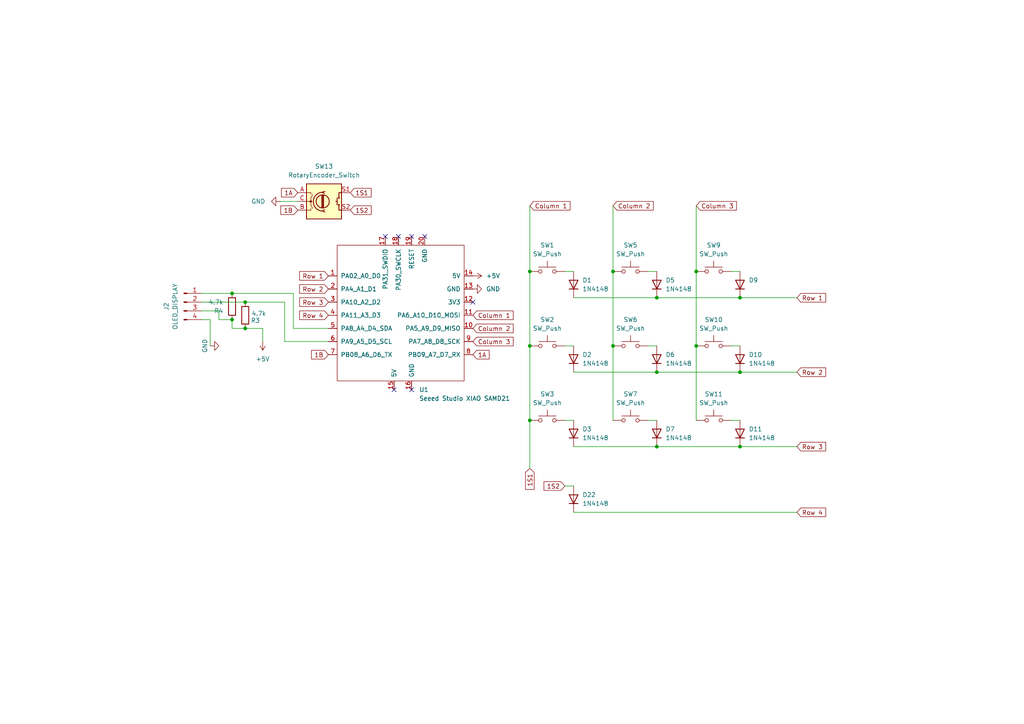
<source format=kicad_sch>
(kicad_sch (version 20231120) (generator "eeschema") (generator_version "8.0")
  (paper "A4")
  (lib_symbols
    (symbol "Connector:Conn_01x04_Pin" (pin_names (offset 1.016) hide)
      (property "Reference" "J" (at 0 5.08 0))
      (property "Value" "Conn_01x04_Pin" (at 0 -7.62 0))
      (symbol "Conn_01x04_Pin_1_1"
        (polyline (pts (xy 1.27 -5.08) (xy 0.8636 -5.08)) (stroke (width 0.1524)))
        (polyline (pts (xy 1.27 -2.54) (xy 0.8636 -2.54)) (stroke (width 0.1524)))
        (polyline (pts (xy 1.27 0) (xy 0.8636 0)) (stroke (width 0.1524)))
        (polyline (pts (xy 1.27 2.54) (xy 0.8636 2.54)) (stroke (width 0.1524)))
        (rectangle (start 0.8636 -4.953) (end 0 -5.207) (stroke (width 0.1524)) (fill (type outline)))
        (rectangle (start 0.8636 -2.413) (end 0 -2.667) (stroke (width 0.1524)) (fill (type outline)))
        (rectangle (start 0.8636 0.127) (end 0 -0.127) (stroke (width 0.1524)) (fill (type outline)))
        (rectangle (start 0.8636 2.667) (end 0 2.413) (stroke (width 0.1524)) (fill (type outline)))
        (pin passive line (at 5.08 2.54 180) (length 3.81) (name "Pin_1") (number "1"))
        (pin passive line (at 5.08 0 180) (length 3.81) (name "Pin_2") (number "2"))
        (pin passive line (at 5.08 -2.54 180) (length 3.81) (name "Pin_3") (number "3"))
        (pin passive line (at 5.08 -5.08 180) (length 3.81) (name "Pin_4") (number "4"))
      )
    )
    (symbol "Device:R" (pin_numbers hide) (pin_names (offset 0))
      (property "Reference" "R" (at 2.032 0 90))
      (property "Value" "R" (at 0 0 90))
      (symbol "R_0_1"
        (rectangle (start -1.016 -2.54) (end 1.016 2.54) (stroke (width 0.254)))
      )
      (symbol "R_1_1"
        (pin passive line (at 0 3.81 270) (length 1.27) (name "~") (number "1"))
        (pin passive line (at 0 -3.81 90) (length 1.27) (name "~") (number "2"))
      )
    )
    (symbol "Device:RotaryEncoder_Switch" (pin_names (offset 0.254) hide)
      (property "Reference" "SW" (at 0 6.604 0))
      (property "Value" "RotaryEncoder_Switch" (at 0 -6.604 0))
      (symbol "RotaryEncoder_Switch_0_1"
        (rectangle (start -5.08 5.08) (end 5.08 -5.08) (stroke (width 0.254)) (fill (type background)))
        (circle (center -3.81 0) (radius 0.254) (fill (type outline)))
        (circle (center -0.381 0) (radius 1.905) (stroke (width 0.254)))
        (arc (start -0.381 2.667) (mid -3.0988 -0.0635) (end -0.381 -2.794) (stroke (width 0.254)))
        (polyline (pts (xy -0.635 -1.778) (xy -0.635 1.778)) (stroke (width 0.254)))
        (polyline (pts (xy -0.381 -1.778) (xy -0.381 1.778)) (stroke (width 0.254)))
        (polyline (pts (xy -0.127 1.778) (xy -0.127 -1.778)) (stroke (width 0.254)))
        (polyline (pts (xy 3.81 0) (xy 3.429 0)) (stroke (width 0.254)))
        (polyline (pts (xy 3.81 1.016) (xy 3.81 -1.016)) (stroke (width 0.254)))
        (polyline (pts (xy -5.08 -2.54) (xy -3.81 -2.54) (xy -3.81 -2.032)))
        (polyline (pts (xy -5.08 2.54) (xy -3.81 2.54) (xy -3.81 2.032)))
        (polyline (pts (xy 0.254 -3.048) (xy -0.508 -2.794) (xy 0.127 -2.413)) (stroke (width 0.254)))
        (polyline (pts (xy 0.254 2.921) (xy -0.508 2.667) (xy 0.127 2.286)) (stroke (width 0.254)))
        (polyline (pts (xy 5.08 -2.54) (xy 4.318 -2.54) (xy 4.318 -1.016)) (stroke (width 0.254)))
        (polyline (pts (xy 5.08 2.54) (xy 4.318 2.54) (xy 4.318 1.016)) (stroke (width 0.254)))
        (polyline (pts (xy -5.08 0) (xy -3.81 0) (xy -3.81 -1.016) (xy -3.302 -2.032)))
        (polyline (pts (xy -4.318 0) (xy -3.81 0) (xy -3.81 1.016) (xy -3.302 2.032)))
        (circle (center 4.318 -1.016) (radius 0.127) (stroke (width 0.254)))
        (circle (center 4.318 1.016) (radius 0.127) (stroke (width 0.254)))
      )
      (symbol "RotaryEncoder_Switch_1_1"
        (pin passive line (at -7.62 2.54 0) (length 2.54) (name "A") (number "A"))
        (pin passive line (at -7.62 -2.54 0) (length 2.54) (name "B") (number "B"))
        (pin passive line (at -7.62 0 0) (length 2.54) (name "C") (number "C"))
        (pin passive line (at 7.62 2.54 180) (length 2.54) (name "S1") (number "S1"))
        (pin passive line (at 7.62 -2.54 180) (length 2.54) (name "S2") (number "S2"))
      )
    )
    (symbol "Diode:1N4148" (pin_numbers hide) (pin_names hide)
      (property "Reference" "D" (at 0 2.54 0))
      (property "Value" "1N4148" (at 0 -2.54 0))
      (symbol "1N4148_0_1"
        (polyline (pts (xy -1.27 1.27) (xy -1.27 -1.27)) (stroke (width 0.254)))
        (polyline (pts (xy 1.27 0) (xy -1.27 0)))
        (polyline (pts (xy 1.27 1.27) (xy 1.27 -1.27) (xy -1.27 0) (xy 1.27 1.27)) (stroke (width 0.254)))
      )
      (symbol "1N4148_1_1"
        (pin passive line (at -3.81 0 0) (length 2.54) (name "K") (number "1"))
        (pin passive line (at 3.81 0 180) (length 2.54) (name "A") (number "2"))
      )
    )
    (symbol "Seeed_Studio_XIAO_Series:Seeed Studio XIAO SAMD21" (pin_names (offset 1.016))
      (property "Reference" "U" (at -19.05 22.86 0))
      (property "Value" "Seeed Studio XIAO SAMD21" (at -12.7 21.59 0))
      (symbol "Seeed Studio XIAO SAMD21_0_1"
        (rectangle (start -19.05 20.32) (end 17.78 -19.05))
      )
      (symbol "Seeed Studio XIAO SAMD21_1_1"
        (pin unspecified line (at -21.59 11.43 0) (length 2.54) (name "PA02_A0_D0") (number "1"))
        (pin unspecified line (at 20.32 -3.81 180) (length 2.54) (name "PA5_A9_D9_MISO") (number "10"))
        (pin unspecified line (at 20.32 0 180) (length 2.54) (name "PA6_A10_D10_MOSI") (number "11"))
        (pin unspecified line (at 20.32 3.81 180) (length 2.54) (name "3V3") (number "12"))
        (pin unspecified line (at 20.32 7.62 180) (length 2.54) (name "GND") (number "13"))
        (pin unspecified line (at 20.32 11.43 180) (length 2.54) (name "5V") (number "14"))
        (pin input line (at -2.54 -21.59 90) (length 2.54) (name "5V") (number "15"))
        (pin input line (at 2.54 -21.59 90) (length 2.54) (name "GND") (number "16"))
        (pin input line (at -5.08 22.86 270) (length 2.54) (name "PA31_SWDIO") (number "17"))
        (pin input line (at -1.27 22.86 270) (length 2.54) (name "PA30_SWCLK") (number "18"))
        (pin input line (at 2.54 22.86 270) (length 2.54) (name "RESET") (number "19"))
        (pin unspecified line (at -21.59 7.62 0) (length 2.54) (name "PA4_A1_D1") (number "2"))
        (pin input line (at 6.35 22.86 270) (length 2.54) (name "GND") (number "20"))
        (pin unspecified line (at -21.59 3.81 0) (length 2.54) (name "PA10_A2_D2") (number "3"))
        (pin unspecified line (at -21.59 0 0) (length 2.54) (name "PA11_A3_D3") (number "4"))
        (pin unspecified line (at -21.59 -3.81 0) (length 2.54) (name "PA8_A4_D4_SDA") (number "5"))
        (pin unspecified line (at -21.59 -7.62 0) (length 2.54) (name "PA9_A5_D5_SCL") (number "6"))
        (pin unspecified line (at -21.59 -11.43 0) (length 2.54) (name "PB08_A6_D6_TX") (number "7"))
        (pin unspecified line (at 20.32 -11.43 180) (length 2.54) (name "PB09_A7_D7_RX") (number "8"))
        (pin unspecified line (at 20.32 -7.62 180) (length 2.54) (name "PA7_A8_D8_SCK") (number "9"))
      )
    )
    (symbol "Switch:SW_Push" (pin_numbers hide) (pin_names (offset 1.016) hide)
      (property "Reference" "SW" (at 1.27 2.54 0))
      (property "Value" "SW_Push" (at 0 -1.524 0))
      (symbol "SW_Push_0_1"
        (circle (center -2.032 0) (radius 0.508))
        (polyline (pts (xy 0 1.27) (xy 0 3.048)))
        (polyline (pts (xy 2.54 1.27) (xy -2.54 1.27)))
        (circle (center 2.032 0) (radius 0.508))
        (pin passive line (at -5.08 0 0) (length 2.54) (name "1") (number "1"))
        (pin passive line (at 5.08 0 180) (length 2.54) (name "2") (number "2"))
      )
    )
    (symbol "power:+5V" (power) (pin_numbers hide) (pin_names (offset 0) hide)
      (property "Value" "+5V" (at 0 3.556 0))
      (symbol "+5V_0_1"
        (polyline (pts (xy -0.762 1.27) (xy 0 2.54)))
        (polyline (pts (xy 0 0) (xy 0 2.54)))
        (polyline (pts (xy 0 2.54) (xy 0.762 1.27)))
      )
      (symbol "+5V_1_1"
        (pin power_in line (at 0 0 90) (length 0) (name "~") (number "1"))
      )
    )
    (symbol "power:GND" (power) (pin_numbers hide) (pin_names (offset 0) hide)
      (property "Value" "GND" (at 0 -3.81 0))
      (symbol "GND_0_1"
        (polyline (pts (xy 0 0) (xy 0 -1.27) (xy 1.27 -1.27) (xy 0 -2.54) (xy -1.27 -1.27) (xy 0 -1.27)))
      )
      (symbol "GND_1_1"
        (pin power_in line (at 0 0 270) (length 0) (name "~") (number "1"))
      )
    )
  )
  (junction (at 214.63 107.95))
  (junction (at 177.8 78.74))
  (junction (at 214.63 129.54))
  (junction (at 71.12 87.63))
  (junction (at 153.67 100.33))
  (junction (at 190.5 86.36))
  (junction (at 153.67 121.92))
  (junction (at 190.5 107.95))
  (junction (at 201.93 100.33))
  (junction (at 153.67 78.74))
  (junction (at 201.93 78.74))
  (junction (at 214.63 86.36))
  (junction (at 67.31 85.09))
  (junction (at 177.8 100.33))
  (junction (at 71.12 95.25))
  (junction (at 67.31 92.71))
  (junction (at 190.5 129.54))
  (no_connect (at 137.16 87.63))
  (no_connect (at 123.19 68.58))
  (no_connect (at 111.76 68.58))
  (no_connect (at 119.38 68.58))
  (no_connect (at 119.38 113.03))
  (no_connect (at 115.57 68.58))
  (no_connect (at 114.3 113.03))
  (wire (pts (xy 81.28 58.42) (xy 86.36 58.42)))
  (wire (pts (xy 214.63 129.54) (xy 231.14 129.54)))
  (wire (pts (xy 163.83 140.97) (xy 166.37 140.97)))
  (wire (pts (xy 58.42 90.17) (xy 63.5 90.17)))
  (wire (pts (xy 166.37 107.95) (xy 190.5 107.95)))
  (wire (pts (xy 67.31 95.25) (xy 71.12 95.25)))
  (wire (pts (xy 166.37 148.59) (xy 231.14 148.59)))
  (wire (pts (xy 85.09 95.25) (xy 95.25 95.25)))
  (wire (pts (xy 177.8 78.74) (xy 177.8 100.33)))
  (wire (pts (xy 214.63 86.36) (xy 231.14 86.36)))
  (wire (pts (xy 71.12 95.25) (xy 76.2 95.25)))
  (wire (pts (xy 187.96 78.74) (xy 190.5 78.74)))
  (wire (pts (xy 58.42 87.63) (xy 71.12 87.63)))
  (wire (pts (xy 166.37 129.54) (xy 190.5 129.54)))
  (wire (pts (xy 163.83 100.33) (xy 166.37 100.33)))
  (wire (pts (xy 212.09 100.33) (xy 214.63 100.33)))
  (wire (pts (xy 153.67 121.92) (xy 153.67 135.89)))
  (wire (pts (xy 190.5 107.95) (xy 214.63 107.95)))
  (wire (pts (xy 63.5 92.71) (xy 67.31 92.71)))
  (wire (pts (xy 85.09 85.09) (xy 85.09 95.25)))
  (wire (pts (xy 187.96 121.92) (xy 190.5 121.92)))
  (wire (pts (xy 177.8 59.69) (xy 177.8 78.74)))
  (wire (pts (xy 201.93 100.33) (xy 201.93 121.92)))
  (wire (pts (xy 214.63 107.95) (xy 231.14 107.95)))
  (wire (pts (xy 153.67 59.69) (xy 153.67 78.74)))
  (wire (pts (xy 190.5 129.54) (xy 214.63 129.54)))
  (wire (pts (xy 58.42 85.09) (xy 67.31 85.09)))
  (wire (pts (xy 67.31 92.71) (xy 67.31 95.25)))
  (wire (pts (xy 190.5 86.36) (xy 214.63 86.36)))
  (wire (pts (xy 71.12 87.63) (xy 82.55 87.63)))
  (wire (pts (xy 177.8 100.33) (xy 177.8 121.92)))
  (wire (pts (xy 63.5 90.17) (xy 63.5 92.71)))
  (wire (pts (xy 82.55 99.06) (xy 95.25 99.06)))
  (wire (pts (xy 212.09 78.74) (xy 214.63 78.74)))
  (wire (pts (xy 163.83 121.92) (xy 166.37 121.92)))
  (wire (pts (xy 163.83 78.74) (xy 166.37 78.74)))
  (wire (pts (xy 166.37 86.36) (xy 190.5 86.36)))
  (wire (pts (xy 212.09 121.92) (xy 214.63 121.92)))
  (wire (pts (xy 153.67 78.74) (xy 153.67 100.33)))
  (wire (pts (xy 76.2 95.25) (xy 76.2 99.06)))
  (wire (pts (xy 187.96 100.33) (xy 190.5 100.33)))
  (wire (pts (xy 201.93 78.74) (xy 201.93 100.33)))
  (wire (pts (xy 60.96 100.33) (xy 60.96 92.71)))
  (wire (pts (xy 201.93 59.69) (xy 201.93 78.74)))
  (wire (pts (xy 67.31 85.09) (xy 85.09 85.09)))
  (wire (pts (xy 60.96 92.71) (xy 58.42 92.71)))
  (wire (pts (xy 153.67 100.33) (xy 153.67 121.92)))
  (wire (pts (xy 82.55 87.63) (xy 82.55 99.06)))
  (global_label "Row 1" (shape input) (at 231.14 86.36 0) (property "Intersheetrefs" "${INTERSHEET_REFS}" (effects (hide yes))))
  (global_label "Column 1" (shape input) (at 153.67 59.69 0) (property "Intersheetrefs" "${INTERSHEET_REFS}" (effects (hide yes))))
  (global_label "Row 2" (shape input) (at 231.14 107.95 0) (property "Intersheetrefs" "${INTERSHEET_REFS}" (effects (hide yes))))
  (global_label "1A" (shape input) (at 137.16 102.87 0) (property "Intersheetrefs" "${INTERSHEET_REFS}" (effects (hide yes))))
  (global_label "Column 3" (shape input) (at 137.16 99.06 0) (property "Intersheetrefs" "${INTERSHEET_REFS}" (effects (hide yes))))
  (global_label "1B" (shape input) (at 86.36 60.96 180) (property "Intersheetrefs" "${INTERSHEET_REFS}" (effects (hide yes))))
  (global_label "1B" (shape input) (at 95.25 102.87 180) (property "Intersheetrefs" "${INTERSHEET_REFS}" (effects (hide yes))))
  (global_label "Row 2" (shape input) (at 95.25 83.82 180) (property "Intersheetrefs" "${INTERSHEET_REFS}" (effects (hide yes))))
  (global_label "Column 2" (shape input) (at 137.16 95.25 0) (property "Intersheetrefs" "${INTERSHEET_REFS}" (effects (hide yes))))
  (global_label "1S1" (shape input) (at 101.6 55.88 0) (property "Intersheetrefs" "${INTERSHEET_REFS}" (effects (hide yes))))
  (global_label "Row 4" (shape input) (at 231.14 148.59 0) (property "Intersheetrefs" "${INTERSHEET_REFS}" (effects (hide yes))))
  (global_label "1S2" (shape input) (at 101.6 60.96 0) (property "Intersheetrefs" "${INTERSHEET_REFS}" (effects (hide yes))))
  (global_label "Row 4" (shape input) (at 95.25 91.44 180) (property "Intersheetrefs" "${INTERSHEET_REFS}" (effects (hide yes))))
  (global_label "Row 3" (shape input) (at 231.14 129.54 0) (property "Intersheetrefs" "${INTERSHEET_REFS}" (effects (hide yes))))
  (global_label "Row 1" (shape input) (at 95.25 80.01 180) (property "Intersheetrefs" "${INTERSHEET_REFS}" (effects (hide yes))))
  (global_label "Row 3" (shape input) (at 95.25 87.63 180) (property "Intersheetrefs" "${INTERSHEET_REFS}" (effects (hide yes))))
  (global_label "Column 2" (shape input) (at 177.8 59.69 0) (property "Intersheetrefs" "${INTERSHEET_REFS}" (effects (hide yes))))
  (global_label "1S1" (shape input) (at 153.67 135.89 270) (property "Intersheetrefs" "${INTERSHEET_REFS}" (effects (hide yes))))
  (global_label "1S2" (shape input) (at 163.83 140.97 180) (property "Intersheetrefs" "${INTERSHEET_REFS}" (effects (hide yes))))
  (global_label "1A" (shape input) (at 86.36 55.88 180) (property "Intersheetrefs" "${INTERSHEET_REFS}" (effects (hide yes))))
  (global_label "Column 3" (shape input) (at 201.93 59.69 0) (property "Intersheetrefs" "${INTERSHEET_REFS}" (effects (hide yes))))
  (global_label "Column 1" (shape input) (at 137.16 91.44 0) (property "Intersheetrefs" "${INTERSHEET_REFS}" (effects (hide yes))))
  (symbol (lib_id "Diode:1N4148") (at 166.37 82.55 90) (unit 1)
    (property "Reference" "D1" (at 168.91 81.2799 90) (effects (justify right)))
    (property "Value" "1N4148" (at 168.91 83.8199 90) (effects (justify right)))
    (property "Footprint" "Diode_THT:D_DO-35_SOD27_P7.62mm_Horizontal" (effects (hide yes)))
    (property "Datasheet" "https://assets.nexperia.com/documents/data-sheet/1N4148_1N4448.pdf" (effects (hide yes)))
    (property "Description" "100V 0.15A standard switching diode, DO-35" (effects (hide yes)))
    (property "Sim.Device" "D" (effects (hide yes)))
    (property "Sim.Pins" "1=K 2=A" (effects (hide yes)))
  )
  (symbol (lib_id "Diode:1N4148") (at 166.37 125.73 90) (unit 1)
    (property "Reference" "D3" (at 168.91 124.4599 90) (effects (justify right)))
    (property "Value" "1N4148" (at 168.91 126.9999 90) (effects (justify right)))
    (property "Footprint" "Diode_THT:D_DO-35_SOD27_P7.62mm_Horizontal" (effects (hide yes)))
    (property "Datasheet" "https://assets.nexperia.com/documents/data-sheet/1N4148_1N4448.pdf" (effects (hide yes)))
    (property "Description" "100V 0.15A standard switching diode, DO-35" (effects (hide yes)))
    (property "Sim.Device" "D" (effects (hide yes)))
    (property "Sim.Pins" "1=K 2=A" (effects (hide yes)))
  )
  (symbol (lib_id "Diode:1N4148") (at 190.5 82.55 90) (unit 1)
    (property "Reference" "D5" (at 193.04 81.2799 90) (effects (justify right)))
    (property "Value" "1N4148" (at 193.04 83.8199 90) (effects (justify right)))
    (property "Footprint" "Diode_THT:D_DO-35_SOD27_P7.62mm_Horizontal" (effects (hide yes)))
    (property "Datasheet" "https://assets.nexperia.com/documents/data-sheet/1N4148_1N4448.pdf" (effects (hide yes)))
    (property "Description" "100V 0.15A standard switching diode, DO-35" (effects (hide yes)))
    (property "Sim.Device" "D" (effects (hide yes)))
    (property "Sim.Pins" "1=K 2=A" (effects (hide yes)))
  )
  (symbol (lib_id "Switch:SW_Push") (at 182.88 100.33 0) (unit 1)
    (property "Reference" "SW6" (at 182.88 92.71 0))
    (property "Value" "SW_Push" (at 182.88 95.25 0))
    (property "Footprint" "Cherry_MX_Keyswitch_3DModel:Cherry_MX_1.00u_PCB" (effects (hide yes)))
    (property "Description" "Push button switch, generic, two pins" (effects (hide yes)))
  )
  (symbol (lib_id "Switch:SW_Push") (at 158.75 121.92 0) (unit 1)
    (property "Reference" "SW3" (at 158.75 114.3 0))
    (property "Value" "SW_Push" (at 158.75 116.84 0))
    (property "Footprint" "Cherry_MX_Keyswitch_3DModel:Cherry_MX_1.00u_PCB" (effects (hide yes)))
    (property "Description" "Push button switch, generic, two pins" (effects (hide yes)))
  )
  (symbol (lib_id "Diode:1N4148") (at 214.63 125.73 90) (unit 1)
    (property "Reference" "D11" (at 217.17 124.4599 90) (effects (justify right)))
    (property "Value" "1N4148" (at 217.17 126.9999 90) (effects (justify right)))
    (property "Footprint" "Diode_THT:D_DO-35_SOD27_P7.62mm_Horizontal" (effects (hide yes)))
    (property "Datasheet" "https://assets.nexperia.com/documents/data-sheet/1N4148_1N4448.pdf" (effects (hide yes)))
    (property "Description" "100V 0.15A standard switching diode, DO-35" (effects (hide yes)))
    (property "Sim.Device" "D" (effects (hide yes)))
    (property "Sim.Pins" "1=K 2=A" (effects (hide yes)))
  )
  (symbol (lib_id "Diode:1N4148") (at 190.5 125.73 90) (unit 1)
    (property "Reference" "D7" (at 193.04 124.4599 90) (effects (justify right)))
    (property "Value" "1N4148" (at 193.04 126.9999 90) (effects (justify right)))
    (property "Footprint" "Diode_THT:D_DO-35_SOD27_P7.62mm_Horizontal" (effects (hide yes)))
    (property "Datasheet" "https://assets.nexperia.com/documents/data-sheet/1N4148_1N4448.pdf" (effects (hide yes)))
    (property "Description" "100V 0.15A standard switching diode, DO-35" (effects (hide yes)))
    (property "Sim.Device" "D" (effects (hide yes)))
    (property "Sim.Pins" "1=K 2=A" (effects (hide yes)))
  )
  (symbol (lib_id "Diode:1N4148") (at 214.63 104.14 90) (unit 1)
    (property "Reference" "D10" (at 217.17 102.8699 90) (effects (justify right)))
    (property "Value" "1N4148" (at 217.17 105.4099 90) (effects (justify right)))
    (property "Footprint" "Diode_THT:D_DO-35_SOD27_P7.62mm_Horizontal" (effects (hide yes)))
    (property "Datasheet" "https://assets.nexperia.com/documents/data-sheet/1N4148_1N4448.pdf" (effects (hide yes)))
    (property "Description" "100V 0.15A standard switching diode, DO-35" (effects (hide yes)))
    (property "Sim.Device" "D" (effects (hide yes)))
    (property "Sim.Pins" "1=K 2=A" (effects (hide yes)))
  )
  (symbol (lib_id "Switch:SW_Push") (at 158.75 78.74 0) (unit 1)
    (property "Reference" "SW1" (at 158.75 71.12 0))
    (property "Value" "SW_Push" (at 158.75 73.66 0))
    (property "Footprint" "Cherry_MX_Keyswitch_3DModel:Cherry_MX_1.00u_PCB" (effects (hide yes)))
    (property "Description" "Push button switch, generic, two pins" (effects (hide yes)))
  )
  (symbol (lib_id "Switch:SW_Push") (at 207.01 121.92 0) (unit 1)
    (property "Reference" "SW11" (at 207.01 114.3 0))
    (property "Value" "SW_Push" (at 207.01 116.84 0))
    (property "Footprint" "Cherry_MX_Keyswitch_3DModel:Cherry_MX_1.00u_PCB" (effects (hide yes)))
    (property "Description" "Push button switch, generic, two pins" (effects (hide yes)))
  )
  (symbol (lib_id "Switch:SW_Push") (at 182.88 78.74 0) (unit 1)
    (property "Reference" "SW5" (at 182.88 71.12 0))
    (property "Value" "SW_Push" (at 182.88 73.66 0))
    (property "Footprint" "Cherry_MX_Keyswitch_3DModel:Cherry_MX_1.00u_PCB" (effects (hide yes)))
    (property "Description" "Push button switch, generic, two pins" (effects (hide yes)))
  )
  (symbol (lib_id "Diode:1N4148") (at 166.37 104.14 90) (unit 1)
    (property "Reference" "D2" (at 168.91 102.8699 90) (effects (justify right)))
    (property "Value" "1N4148" (at 168.91 105.4099 90) (effects (justify right)))
    (property "Footprint" "Diode_THT:D_DO-35_SOD27_P7.62mm_Horizontal" (effects (hide yes)))
    (property "Datasheet" "https://assets.nexperia.com/documents/data-sheet/1N4148_1N4448.pdf" (effects (hide yes)))
    (property "Description" "100V 0.15A standard switching diode, DO-35" (effects (hide yes)))
    (property "Sim.Device" "D" (effects (hide yes)))
    (property "Sim.Pins" "1=K 2=A" (effects (hide yes)))
  )
  (symbol (lib_id "Connector:Conn_01x04_Pin") (at 53.34 87.63 0) (unit 1)
    (property "Reference" "J2" (at 48.26 88.9 90))
    (property "Value" "OLED_DISPLAY" (at 50.8 88.9 90))
    (property "Footprint" "SSD1306_OLED:0.91_3D" (effects (hide yes)))
    (property "Description" "Generic connector, single row, 01x04, script generated" (effects (hide yes)))
  )
  (symbol (lib_id "Device:R") (at 71.12 91.44 180) (unit 1)
    (property "Reference" "R3" (at 75.438 92.964 0) (effects (justify left)))
    (property "Value" "4.7k" (at 77.216 90.932 0) (effects (justify left)))
    (property "Footprint" "Resistor_THT:R_Axial_DIN0204_L3.6mm_D1.6mm_P5.08mm_Horizontal" (effects (hide yes)))
    (property "Description" "Resistor" (effects (hide yes)))
  )
  (symbol (lib_id "power:+5V") (at 137.16 80.01 270) (unit 1)
    (property "Reference" "#PWR010" (effects (hide yes)))
    (property "Value" "+5V" (at 140.97 80.0099 90) (effects (justify left)))
    (property "Description" "Power symbol creates a global label with name \"+5V\"" (effects (hide yes)))
  )
  (symbol (lib_id "Seeed_Studio_XIAO_Series:Seeed Studio XIAO SAMD21") (at 116.84 91.44 0) (unit 1)
    (property "Reference" "U1" (at 121.5741 113.03 0) (effects (justify left)))
    (property "Value" "Seeed Studio XIAO SAMD21" (at 121.5741 115.57 0) (effects (justify left)))
    (property "Footprint" "Seeed Studio XIAO Series Library:XIAO-Generic-Thruhole-14P-2.54-21X17.8MM" (effects (hide yes)))
  )
  (symbol (lib_id "power:GND") (at 81.28 58.42 270) (unit 1)
    (property "Reference" "#PWR07" (effects (hide yes)))
    (property "Value" "GND" (at 76.962 58.42 90) (effects (justify right)))
    (property "Description" "Power symbol creates a global label with name \"GND\" , ground" (effects (hide yes)))
  )
  (symbol (lib_id "Device:RotaryEncoder_Switch") (at 93.98 58.42 0) (unit 1)
    (property "Reference" "SW13" (at 93.98 48.26 0))
    (property "Value" "RotaryEncoder_Switch" (at 93.98 50.8 0))
    (property "Footprint" "RotaryEncoder_3D:RotaryEncoder_Alps_EC11E-Switch_Vertical_H20mm_3D" (effects (hide yes)))
    (property "Description" "Rotary encoder, dual channel, incremental quadrate outputs, with switch" (effects (hide yes)))
  )
  (symbol (lib_id "Diode:1N4148") (at 190.5 104.14 90) (unit 1)
    (property "Reference" "D6" (at 193.04 102.8699 90) (effects (justify right)))
    (property "Value" "1N4148" (at 193.04 105.4099 90) (effects (justify right)))
    (property "Footprint" "Diode_THT:D_DO-35_SOD27_P7.62mm_Horizontal" (effects (hide yes)))
    (property "Datasheet" "https://assets.nexperia.com/documents/data-sheet/1N4148_1N4448.pdf" (effects (hide yes)))
    (property "Description" "100V 0.15A standard switching diode, DO-35" (effects (hide yes)))
    (property "Sim.Device" "D" (effects (hide yes)))
    (property "Sim.Pins" "1=K 2=A" (effects (hide yes)))
  )
  (symbol (lib_id "power:GND") (at 60.96 100.33 90) (unit 1)
    (property "Reference" "#PWR06" (effects (hide yes)))
    (property "Value" "GND" (at 59.436 100.33 0))
    (property "Description" "Power symbol creates a global label with name \"GND\" , ground" (effects (hide yes)))
  )
  (symbol (lib_id "Switch:SW_Push") (at 158.75 100.33 0) (unit 1)
    (property "Reference" "SW2" (at 158.75 92.71 0))
    (property "Value" "SW_Push" (at 158.75 95.25 0))
    (property "Footprint" "Cherry_MX_Keyswitch_3DModel:Cherry_MX_1.00u_PCB" (effects (hide yes)))
    (property "Description" "Push button switch, generic, two pins" (effects (hide yes)))
  )
  (symbol (lib_id "Switch:SW_Push") (at 207.01 100.33 0) (unit 1)
    (property "Reference" "SW10" (at 207.01 92.71 0))
    (property "Value" "SW_Push" (at 207.01 95.25 0))
    (property "Footprint" "Cherry_MX_Keyswitch_3DModel:Cherry_MX_1.00u_PCB" (effects (hide yes)))
    (property "Description" "Push button switch, generic, two pins" (effects (hide yes)))
  )
  (symbol (lib_id "Switch:SW_Push") (at 182.88 121.92 0) (unit 1)
    (property "Reference" "SW7" (at 182.88 114.3 0))
    (property "Value" "SW_Push" (at 182.88 116.84 0))
    (property "Footprint" "Cherry_MX_Keyswitch_3DModel:Cherry_MX_1.00u_PCB" (effects (hide yes)))
    (property "Description" "Push button switch, generic, two pins" (effects (hide yes)))
  )
  (symbol (lib_id "Diode:1N4148") (at 166.37 144.78 90) (unit 1)
    (property "Reference" "D22" (at 168.91 143.5099 90) (effects (justify right)))
    (property "Value" "1N4148" (at 168.91 146.0499 90) (effects (justify right)))
    (property "Footprint" "Diode_THT:D_DO-35_SOD27_P7.62mm_Horizontal" (effects (hide yes)))
    (property "Datasheet" "https://assets.nexperia.com/documents/data-sheet/1N4148_1N4448.pdf" (effects (hide yes)))
    (property "Description" "100V 0.15A standard switching diode, DO-35" (effects (hide yes)))
    (property "Sim.Device" "D" (effects (hide yes)))
    (property "Sim.Pins" "1=K 2=A" (effects (hide yes)))
  )
  (symbol (lib_id "Diode:1N4148") (at 214.63 82.55 90) (unit 1)
    (property "Reference" "D9" (at 217.17 81.2799 90) (effects (justify right)))
    (property "Value" "1N4148" (effects (hide yes)))
    (property "Footprint" "Diode_THT:D_DO-35_SOD27_P7.62mm_Horizontal" (effects (hide yes)))
    (property "Datasheet" "https://assets.nexperia.com/documents/data-sheet/1N4148_1N4448.pdf" (effects (hide yes)))
    (property "Description" "100V 0.15A standard switching diode, DO-35" (effects (hide yes)))
    (property "Sim.Device" "D" (effects (hide yes)))
    (property "Sim.Pins" "1=K 2=A" (effects (hide yes)))
  )
  (symbol (lib_id "power:GND") (at 137.16 83.82 90) (unit 1)
    (property "Reference" "#PWR01" (effects (hide yes)))
    (property "Value" "GND" (at 140.97 83.8199 90) (effects (justify right)))
    (property "Description" "Power symbol creates a global label with name \"GND\" , ground" (effects (hide yes)))
  )
  (symbol (lib_id "Switch:SW_Push") (at 207.01 78.74 0) (unit 1)
    (property "Reference" "SW9" (at 207.01 71.12 0))
    (property "Value" "SW_Push" (at 207.01 73.66 0))
    (property "Footprint" "Cherry_MX_Keyswitch_3DModel:Cherry_MX_1.00u_PCB" (effects (hide yes)))
    (property "Description" "Push button switch, generic, two pins" (effects (hide yes)))
  )
  (symbol (lib_id "power:+5V") (at 76.2 99.06 180) (unit 1)
    (property "Reference" "#PWR05" (effects (hide yes)))
    (property "Value" "+5V" (at 76.2 104.14 0))
    (property "Description" "Power symbol creates a global label with name \"+5V\"" (effects (hide yes)))
  )
  (symbol (lib_id "Device:R") (at 67.31 88.9 180) (unit 1)
    (property "Reference" "R4" (at 64.77 90.1701 0) (effects (justify left)))
    (property "Value" "4.7k" (at 64.77 87.6301 0) (effects (justify left)))
    (property "Footprint" "Resistor_THT:R_Axial_DIN0204_L3.6mm_D1.6mm_P5.08mm_Horizontal" (effects (hide yes)))
    (property "Description" "Resistor" (effects (hide yes)))
  )
)
</source>
